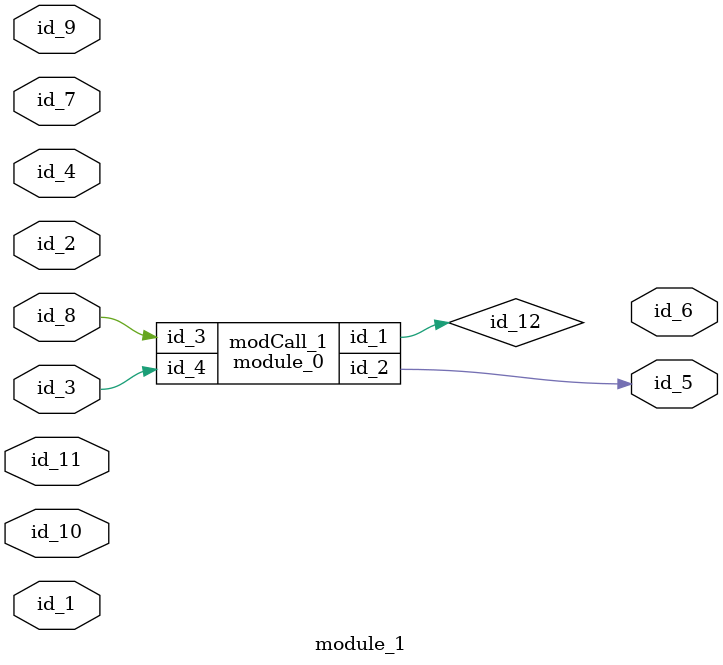
<source format=v>
module module_0 (
    id_1,
    id_2,
    id_3,
    id_4
);
  input wire id_4;
  input wire id_3;
  output wire id_2;
  inout wire id_1;
endmodule
module module_1 (
    id_1,
    id_2,
    id_3,
    id_4,
    id_5,
    id_6,
    id_7,
    id_8,
    id_9,
    id_10,
    id_11
);
  input wire id_11;
  inout wire id_10;
  input wire id_9;
  input wire id_8;
  inout wire id_7;
  output wire id_6;
  output wire id_5;
  input wire id_4;
  inout wire id_3;
  inout wire id_2;
  inout wire id_1;
  specify
    (id_12 + => id_13) = ($realtime : -1  : id_11, 1'b0 : $realtime : id_4);
  endspecify
  module_0 modCall_1 (
      id_12,
      id_5,
      id_8,
      id_3
  );
endmodule

</source>
